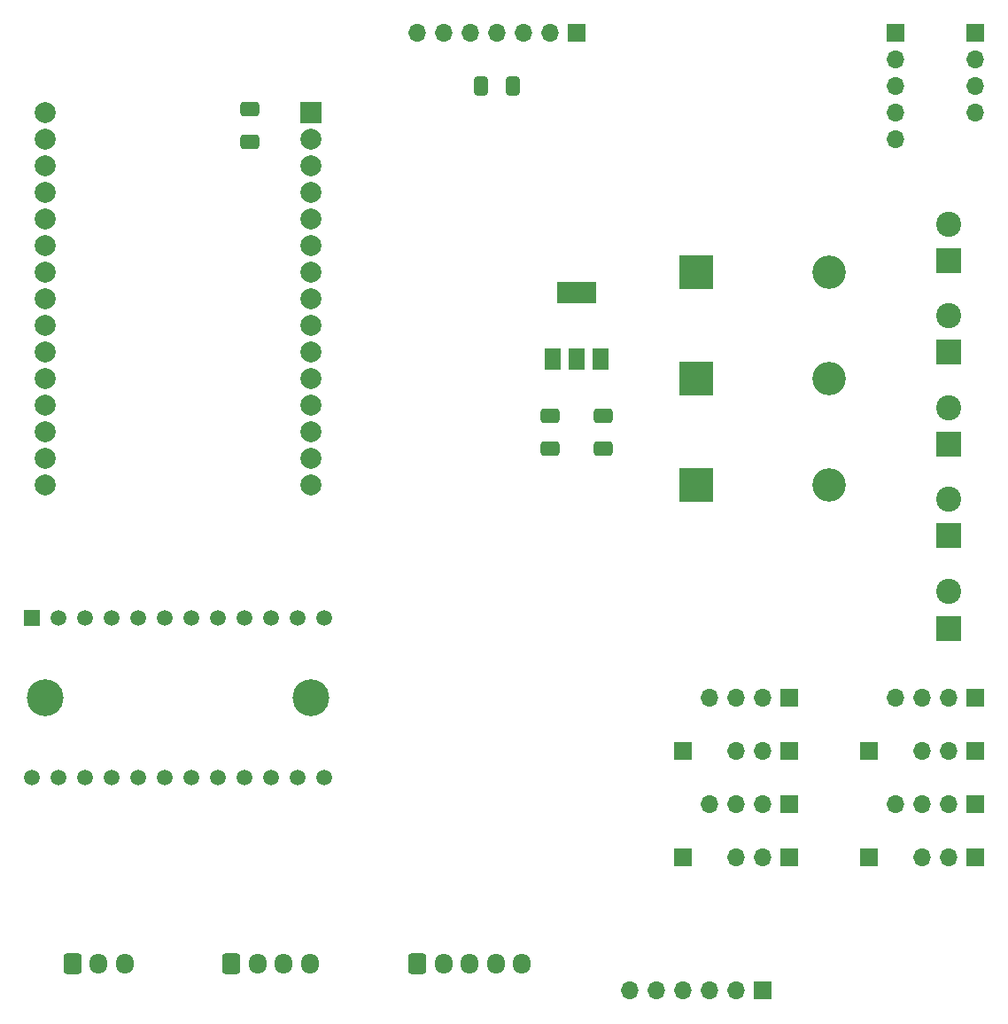
<source format=gbr>
%TF.GenerationSoftware,KiCad,Pcbnew,8.0.3*%
%TF.CreationDate,2024-07-01T16:31:59+02:00*%
%TF.ProjectId,weerstation-main,77656572-7374-4617-9469-6f6e2d6d6169,rev?*%
%TF.SameCoordinates,Original*%
%TF.FileFunction,Copper,L1,Top*%
%TF.FilePolarity,Positive*%
%FSLAX46Y46*%
G04 Gerber Fmt 4.6, Leading zero omitted, Abs format (unit mm)*
G04 Created by KiCad (PCBNEW 8.0.3) date 2024-07-01 16:31:59*
%MOMM*%
%LPD*%
G01*
G04 APERTURE LIST*
G04 Aperture macros list*
%AMRoundRect*
0 Rectangle with rounded corners*
0 $1 Rounding radius*
0 $2 $3 $4 $5 $6 $7 $8 $9 X,Y pos of 4 corners*
0 Add a 4 corners polygon primitive as box body*
4,1,4,$2,$3,$4,$5,$6,$7,$8,$9,$2,$3,0*
0 Add four circle primitives for the rounded corners*
1,1,$1+$1,$2,$3*
1,1,$1+$1,$4,$5*
1,1,$1+$1,$6,$7*
1,1,$1+$1,$8,$9*
0 Add four rect primitives between the rounded corners*
20,1,$1+$1,$2,$3,$4,$5,0*
20,1,$1+$1,$4,$5,$6,$7,0*
20,1,$1+$1,$6,$7,$8,$9,0*
20,1,$1+$1,$8,$9,$2,$3,0*%
G04 Aperture macros list end*
%TA.AperFunction,ComponentPad*%
%ADD10R,1.700000X1.700000*%
%TD*%
%TA.AperFunction,ComponentPad*%
%ADD11O,1.700000X1.700000*%
%TD*%
%TA.AperFunction,SMDPad,CuDef*%
%ADD12RoundRect,0.250000X-0.650000X0.412500X-0.650000X-0.412500X0.650000X-0.412500X0.650000X0.412500X0*%
%TD*%
%TA.AperFunction,SMDPad,CuDef*%
%ADD13R,1.500000X2.000000*%
%TD*%
%TA.AperFunction,SMDPad,CuDef*%
%ADD14R,3.800000X2.000000*%
%TD*%
%TA.AperFunction,SMDPad,CuDef*%
%ADD15RoundRect,0.250000X-0.412500X-0.650000X0.412500X-0.650000X0.412500X0.650000X-0.412500X0.650000X0*%
%TD*%
%TA.AperFunction,ComponentPad*%
%ADD16RoundRect,0.250000X-0.600000X-0.725000X0.600000X-0.725000X0.600000X0.725000X-0.600000X0.725000X0*%
%TD*%
%TA.AperFunction,ComponentPad*%
%ADD17O,1.700000X1.950000*%
%TD*%
%TA.AperFunction,ComponentPad*%
%ADD18R,3.200000X3.200000*%
%TD*%
%TA.AperFunction,ComponentPad*%
%ADD19O,3.200000X3.200000*%
%TD*%
%TA.AperFunction,ComponentPad*%
%ADD20R,2.400000X2.400000*%
%TD*%
%TA.AperFunction,ComponentPad*%
%ADD21C,2.400000*%
%TD*%
%TA.AperFunction,ComponentPad*%
%ADD22R,1.508000X1.508000*%
%TD*%
%TA.AperFunction,ComponentPad*%
%ADD23C,1.508000*%
%TD*%
%TA.AperFunction,ComponentPad*%
%ADD24C,3.516000*%
%TD*%
%TA.AperFunction,ComponentPad*%
%ADD25R,2.000000X2.000000*%
%TD*%
%TA.AperFunction,ComponentPad*%
%ADD26C,2.000000*%
%TD*%
G04 APERTURE END LIST*
D10*
%TO.P,J24,1,Pin_1*%
%TO.N,sda*%
X101600000Y-17780000D03*
D11*
%TO.P,J24,2,Pin_2*%
%TO.N,scl*%
X101600000Y-20320000D03*
%TO.P,J24,3,Pin_3*%
%TO.N,GND*%
X101600000Y-22860000D03*
%TO.P,J24,4,Pin_4*%
%TO.N,unconnected-(J24-Pin_4-Pad4)*%
X101600000Y-25400000D03*
%TO.P,J24,5,Pin_5*%
%TO.N,+3.3V*%
X101600000Y-27940000D03*
%TD*%
D10*
%TO.P,J23,1,Pin_1*%
%TO.N,+3.3V*%
X109220000Y-17780000D03*
D11*
%TO.P,J23,2,Pin_2*%
%TO.N,sda*%
X109220000Y-20320000D03*
%TO.P,J23,3,Pin_3*%
%TO.N,scl*%
X109220000Y-22860000D03*
%TO.P,J23,4,Pin_4*%
%TO.N,GND*%
X109220000Y-25400000D03*
%TD*%
D10*
%TO.P,J20,1,Pin_1*%
%TO.N,GND*%
X91440000Y-86360000D03*
D11*
%TO.P,J20,2,Pin_2*%
%TO.N,unconnected-(J20-Pin_2-Pad2)*%
X88900000Y-86360000D03*
%TO.P,J20,3,Pin_3*%
%TO.N,+3.3V*%
X86360000Y-86360000D03*
%TD*%
D10*
%TO.P,J19,1,Pin_1*%
%TO.N,Net-(J18-Pin_1)*%
X81280000Y-86360000D03*
%TD*%
%TO.P,J21,1,Pin_1*%
%TO.N,Net-(J21-Pin_1)*%
X91440000Y-81280000D03*
D11*
%TO.P,J21,2,Pin_2*%
%TO.N,Net-(J21-Pin_2)*%
X88900000Y-81280000D03*
%TO.P,J21,3,Pin_3*%
%TO.N,Net-(J21-Pin_3)*%
X86360000Y-81280000D03*
%TO.P,J21,4,Pin_4*%
%TO.N,GND*%
X83820000Y-81280000D03*
%TD*%
D10*
%TO.P,J17,1,Pin_1*%
%TO.N,GND*%
X91440000Y-96520000D03*
D11*
%TO.P,J17,2,Pin_2*%
%TO.N,unconnected-(J17-Pin_2-Pad2)*%
X88900000Y-96520000D03*
%TO.P,J17,3,Pin_3*%
%TO.N,+3.3V*%
X86360000Y-96520000D03*
%TD*%
D10*
%TO.P,J18,1,Pin_1*%
%TO.N,Net-(J18-Pin_1)*%
X91440000Y-91440000D03*
D11*
%TO.P,J18,2,Pin_2*%
%TO.N,Net-(J18-Pin_2)*%
X88900000Y-91440000D03*
%TO.P,J18,3,Pin_3*%
%TO.N,Net-(J18-Pin_3)*%
X86360000Y-91440000D03*
%TO.P,J18,4,Pin_4*%
%TO.N,GND*%
X83820000Y-91440000D03*
%TD*%
D10*
%TO.P,J22,1,Pin_1*%
%TO.N,Net-(J21-Pin_1)*%
X81280000Y-96520000D03*
%TD*%
%TO.P,J15,1,Pin_1*%
%TO.N,Net-(J14-Pin_1)*%
X99060000Y-96520000D03*
%TD*%
%TO.P,J14,1,Pin_1*%
%TO.N,Net-(J14-Pin_1)*%
X109220000Y-91440000D03*
D11*
%TO.P,J14,2,Pin_2*%
%TO.N,Net-(J14-Pin_2)*%
X106680000Y-91440000D03*
%TO.P,J14,3,Pin_3*%
%TO.N,Net-(J14-Pin_3)*%
X104140000Y-91440000D03*
%TO.P,J14,4,Pin_4*%
%TO.N,GND*%
X101600000Y-91440000D03*
%TD*%
%TO.P,J13,3,Pin_3*%
%TO.N,+3.3V*%
X104140000Y-96520000D03*
%TO.P,J13,2,Pin_2*%
%TO.N,unconnected-(J13-Pin_2-Pad2)*%
X106680000Y-96520000D03*
D10*
%TO.P,J13,1,Pin_1*%
%TO.N,GND*%
X109220000Y-96520000D03*
%TD*%
%TO.P,J12,1,Pin_1*%
%TO.N,Net-(J11-Pin_1)*%
X99060000Y-86360000D03*
%TD*%
%TO.P,J11,1,Pin_1*%
%TO.N,Net-(J11-Pin_1)*%
X109220000Y-81280000D03*
D11*
%TO.P,J11,2,Pin_2*%
%TO.N,Net-(J11-Pin_2)*%
X106680000Y-81280000D03*
%TO.P,J11,3,Pin_3*%
%TO.N,Net-(J11-Pin_3)*%
X104140000Y-81280000D03*
%TO.P,J11,4,Pin_4*%
%TO.N,GND*%
X101600000Y-81280000D03*
%TD*%
D10*
%TO.P,J6,1,Pin_1*%
%TO.N,GND*%
X109220000Y-86360000D03*
D11*
%TO.P,J6,2,Pin_2*%
%TO.N,unconnected-(J6-Pin_2-Pad2)*%
X106680000Y-86360000D03*
%TO.P,J6,3,Pin_3*%
%TO.N,+3.3V*%
X104140000Y-86360000D03*
%TD*%
D12*
%TO.P,C13,1*%
%TO.N,+5V*%
X68580000Y-54317500D03*
%TO.P,C13,2*%
%TO.N,GND*%
X68580000Y-57442500D03*
%TD*%
D13*
%TO.P,U2,1,GND*%
%TO.N,GND*%
X68820000Y-48870000D03*
%TO.P,U2,2,VO*%
%TO.N,+5V*%
X71120000Y-48870000D03*
D14*
X71120000Y-42570000D03*
D13*
%TO.P,U2,3,VI*%
%TO.N,+12L*%
X73420000Y-48870000D03*
%TD*%
D15*
%TO.P,C8,1*%
%TO.N,+5V*%
X61937500Y-22860000D03*
%TO.P,C8,2*%
%TO.N,GND*%
X65062500Y-22860000D03*
%TD*%
D12*
%TO.P,C14,1*%
%TO.N,+12L*%
X73660000Y-54317500D03*
%TO.P,C14,2*%
%TO.N,GND*%
X73660000Y-57442500D03*
%TD*%
%TO.P,C1,1*%
%TO.N,+3.3V*%
X39858886Y-25060000D03*
%TO.P,C1,2*%
%TO.N,GND*%
X39858886Y-28185000D03*
%TD*%
D16*
%TO.P,J2,1,Pin_1*%
%TO.N,regen-digitaal*%
X55880000Y-106680000D03*
D17*
%TO.P,J2,2,Pin_2*%
%TO.N,ADC4 alert*%
X58380000Y-106680000D03*
%TO.P,J2,3,Pin_3*%
%TO.N,ADC3 alert*%
X60880000Y-106680000D03*
%TO.P,J2,4,Pin_4*%
%TO.N,ADC2 alert*%
X63380000Y-106680000D03*
%TO.P,J2,5,Pin_5*%
%TO.N,ADC1 alert*%
X65880000Y-106680000D03*
%TD*%
D18*
%TO.P,D2,1,K*%
%TO.N,Net-(D2-K)*%
X82550000Y-50800000D03*
D19*
%TO.P,D2,2,A*%
%TO.N,Net-(D1-K)*%
X95250000Y-50800000D03*
%TD*%
D10*
%TO.P,J4,1,Pin_1*%
%TO.N,unconnected-(J4-Pin_1-Pad1)*%
X88900000Y-109220000D03*
D11*
%TO.P,J4,2,Pin_2*%
%TO.N,unconnected-(J4-Pin_2-Pad2)*%
X86360000Y-109220000D03*
%TO.P,J4,3,Pin_3*%
%TO.N,sda*%
X83820000Y-109220000D03*
%TO.P,J4,4,Pin_4*%
%TO.N,scl*%
X81280000Y-109220000D03*
%TO.P,J4,5,Pin_5*%
%TO.N,GND*%
X78740000Y-109220000D03*
%TO.P,J4,6,Pin_6*%
%TO.N,+3.3V*%
X76200000Y-109220000D03*
%TD*%
D20*
%TO.P,J9,1,Pin_1*%
%TO.N,Net-(D3-A)*%
X106660314Y-57017180D03*
D21*
%TO.P,J9,2,Pin_2*%
%TO.N,GND*%
X106660314Y-53517180D03*
%TD*%
D18*
%TO.P,D3,1,K*%
%TO.N,Net-(D2-K)*%
X82550000Y-60960000D03*
D19*
%TO.P,D3,2,A*%
%TO.N,Net-(D3-A)*%
X95250000Y-60960000D03*
%TD*%
D16*
%TO.P,J3,1,Pin_1*%
%TO.N,+12L*%
X38100000Y-106680000D03*
D17*
%TO.P,J3,2,Pin_2*%
%TO.N,+5V*%
X40600000Y-106680000D03*
%TO.P,J3,3,Pin_3*%
%TO.N,+3.3V*%
X43100000Y-106680000D03*
%TO.P,J3,4,Pin_4*%
%TO.N,GND*%
X45600000Y-106680000D03*
%TD*%
D20*
%TO.P,J10,1,Pin_1*%
%TO.N,Net-(D2-K)*%
X106680000Y-65776390D03*
D21*
%TO.P,J10,2,Pin_2*%
%TO.N,GND*%
X106680000Y-62276390D03*
%TD*%
D10*
%TO.P,J1,1,Pin_1*%
%TO.N,tx0*%
X71120000Y-17780000D03*
D11*
%TO.P,J1,2,Pin_2*%
%TO.N,rx0*%
X68580000Y-17780000D03*
%TO.P,J1,3,Pin_3*%
%TO.N,GND*%
X66040000Y-17780000D03*
%TO.P,J1,4,Pin_4*%
%TO.N,2.5um*%
X63500000Y-17780000D03*
%TO.P,J1,5,Pin_5*%
%TO.N,+5V*%
X60960000Y-17780000D03*
%TO.P,J1,6,Pin_6*%
%TO.N,1um*%
X58420000Y-17780000D03*
%TO.P,J1,7,Pin_7*%
%TO.N,unconnected-(J1-Pin_7-Pad7)*%
X55880000Y-17780000D03*
%TD*%
D22*
%TO.P,U3,1,VIN*%
%TO.N,+3.3V*%
X19050000Y-73660000D03*
D23*
%TO.P,U3,2,GND*%
%TO.N,GND*%
X21590000Y-73660000D03*
%TO.P,U3,3,SDA*%
%TO.N,sda*%
X24130000Y-73660000D03*
%TO.P,U3,4,SCL*%
%TO.N,scl*%
X26670000Y-73660000D03*
%TO.P,U3,5,RST*%
%TO.N,Net-(U1-D34)*%
X29210000Y-73660000D03*
%TO.P,U3,6,A0*%
%TO.N,GND*%
X31750000Y-73660000D03*
%TO.P,U3,7,A1*%
X34290000Y-73660000D03*
%TO.P,U3,8,A2*%
X36830000Y-73660000D03*
%TO.P,U3,9,SDA0*%
%TO.N,Net-(J11-Pin_2)*%
X39370000Y-73660000D03*
%TO.P,U3,10,SCL0*%
%TO.N,Net-(J11-Pin_3)*%
X41910000Y-73660000D03*
%TO.P,U3,11,SDA1*%
%TO.N,Net-(J14-Pin_2)*%
X44450000Y-73660000D03*
%TO.P,U3,12,SCL1*%
%TO.N,Net-(J14-Pin_3)*%
X46990000Y-73660000D03*
%TO.P,U3,13,SDA2*%
%TO.N,Net-(J18-Pin_2)*%
X46990000Y-88900000D03*
%TO.P,U3,14,SCL2*%
%TO.N,Net-(J18-Pin_3)*%
X44450000Y-88900000D03*
%TO.P,U3,15,SDA3*%
%TO.N,Net-(J21-Pin_2)*%
X41910000Y-88900000D03*
%TO.P,U3,16,SCL3*%
%TO.N,Net-(J21-Pin_3)*%
X39370000Y-88900000D03*
%TO.P,U3,17,SDA4*%
%TO.N,unconnected-(U3-SDA4-Pad17)*%
X36830000Y-88900000D03*
%TO.P,U3,18,SCL4*%
%TO.N,unconnected-(U3-SCL4-Pad18)*%
X34290000Y-88900000D03*
%TO.P,U3,19,SDA5*%
%TO.N,unconnected-(U3-SDA5-Pad19)*%
X31750000Y-88900000D03*
%TO.P,U3,20,SCL5*%
%TO.N,unconnected-(U3-SCL5-Pad20)*%
X29210000Y-88900000D03*
%TO.P,U3,21,SDA6*%
%TO.N,unconnected-(U3-SDA6-Pad21)*%
X26670000Y-88900000D03*
%TO.P,U3,22,SCL6*%
%TO.N,unconnected-(U3-SCL6-Pad22)*%
X24130000Y-88900000D03*
%TO.P,U3,23,SDA7*%
%TO.N,unconnected-(U3-SDA7-Pad23)*%
X21590000Y-88900000D03*
%TO.P,U3,24,SCL7*%
%TO.N,unconnected-(U3-SCL7-Pad24)*%
X19050000Y-88900000D03*
D24*
%TO.P,U3,P1*%
%TO.N,N/C*%
X20320000Y-81280000D03*
%TO.P,U3,P2*%
X45720000Y-81280000D03*
%TD*%
D18*
%TO.P,D1,1,K*%
%TO.N,Net-(D1-K)*%
X82550000Y-40640000D03*
D19*
%TO.P,D1,2,A*%
%TO.N,Net-(D1-A)*%
X95250000Y-40640000D03*
%TD*%
D16*
%TO.P,J16,1,Pin_1*%
%TO.N,GND*%
X22940000Y-106680000D03*
D17*
%TO.P,J16,2,Pin_2*%
%TO.N,scl*%
X25440000Y-106680000D03*
%TO.P,J16,3,Pin_3*%
%TO.N,sda*%
X27940000Y-106680000D03*
%TD*%
D20*
%TO.P,J8,1,Pin_1*%
%TO.N,Net-(D1-K)*%
X106680000Y-48260000D03*
D21*
%TO.P,J8,2,Pin_2*%
%TO.N,GND*%
X106680000Y-44760000D03*
%TD*%
D20*
%TO.P,J5,1,Pin_1*%
%TO.N,Net-(D2-K)*%
X106680000Y-74620000D03*
D21*
%TO.P,J5,2,Pin_2*%
%TO.N,+12L*%
X106680000Y-71120000D03*
%TD*%
D25*
%TO.P,U1,1,3V3*%
%TO.N,+3.3V*%
X45720000Y-25400000D03*
D26*
%TO.P,U1,2,GND*%
%TO.N,GND*%
X45720000Y-27940000D03*
%TO.P,U1,3,D15*%
%TO.N,unconnected-(U1-D15-Pad3)*%
X45720000Y-30480000D03*
%TO.P,U1,4,D2*%
%TO.N,unconnected-(U1-D2-Pad4)*%
X45720000Y-33020000D03*
%TO.P,U1,5,D4*%
%TO.N,unconnected-(U1-D4-Pad5)*%
X45720000Y-35560000D03*
%TO.P,U1,6,RX2*%
%TO.N,unconnected-(U1-RX2-Pad6)*%
X45720000Y-38100000D03*
%TO.P,U1,7,TX2*%
%TO.N,unconnected-(U1-TX2-Pad7)*%
X45720000Y-40640000D03*
%TO.P,U1,8,D5*%
%TO.N,unconnected-(U1-D5-Pad8)*%
X45720000Y-43180000D03*
%TO.P,U1,9,D18*%
%TO.N,unconnected-(U1-D18-Pad9)*%
X45720000Y-45720000D03*
%TO.P,U1,10,D19*%
%TO.N,unconnected-(U1-D19-Pad10)*%
X45720000Y-48260000D03*
%TO.P,U1,11,D21*%
%TO.N,sda*%
X45720000Y-50800000D03*
%TO.P,U1,12,RX0*%
%TO.N,tx0*%
X45720000Y-53340000D03*
%TO.P,U1,13,TX0*%
%TO.N,rx0*%
X45720000Y-55880000D03*
%TO.P,U1,14,D22*%
%TO.N,scl*%
X45720000Y-58420000D03*
%TO.P,U1,15,D23*%
%TO.N,unconnected-(U1-D23-Pad15)*%
X45720000Y-60960000D03*
%TO.P,U1,16,EN*%
%TO.N,unconnected-(U1-EN-Pad16)*%
X20320000Y-60960000D03*
%TO.P,U1,17,VP*%
%TO.N,unconnected-(U1-VP-Pad17)*%
X20320000Y-58420000D03*
%TO.P,U1,18,VN*%
%TO.N,unconnected-(U1-VN-Pad18)*%
X20320000Y-55880000D03*
%TO.P,U1,19,D34*%
%TO.N,Net-(U1-D34)*%
X20320000Y-53340000D03*
%TO.P,U1,20,D35*%
%TO.N,unconnected-(U1-D35-Pad20)*%
X20320000Y-50800000D03*
%TO.P,U1,21,D32*%
%TO.N,unconnected-(U1-D32-Pad21)*%
X20320000Y-48260000D03*
%TO.P,U1,22,D33*%
%TO.N,unconnected-(U1-D33-Pad22)*%
X20320000Y-45720000D03*
%TO.P,U1,23,D25*%
%TO.N,unconnected-(U1-D25-Pad23)*%
X20320000Y-43180000D03*
%TO.P,U1,24,D26*%
%TO.N,unconnected-(U1-D26-Pad24)*%
X20320000Y-40640000D03*
%TO.P,U1,25,D27*%
%TO.N,unconnected-(U1-D27-Pad25)*%
X20320000Y-38100000D03*
%TO.P,U1,26,D14*%
%TO.N,unconnected-(U1-D14-Pad26)*%
X20320000Y-35560000D03*
%TO.P,U1,27,D12*%
%TO.N,unconnected-(U1-D12-Pad27)*%
X20320000Y-33020000D03*
%TO.P,U1,28,D13*%
%TO.N,unconnected-(U1-D13-Pad28)*%
X20320000Y-30480000D03*
%TO.P,U1,29,GND__1*%
%TO.N,GND*%
X20320000Y-27940000D03*
%TO.P,U1,30,VIN*%
%TO.N,unconnected-(U1-VIN-Pad30)*%
X20320000Y-25400000D03*
%TD*%
D20*
%TO.P,J7,1,Pin_1*%
%TO.N,Net-(D1-A)*%
X106680000Y-39537543D03*
D21*
%TO.P,J7,2,Pin_2*%
%TO.N,GND*%
X106680000Y-36037543D03*
%TD*%
M02*

</source>
